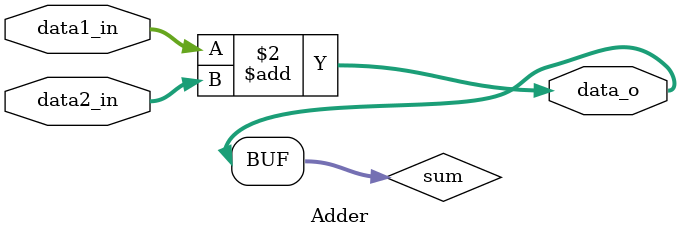
<source format=v>
module Adder(
    data1_in   ,
    data2_in   ,
    data_o     
);
input signed [31:0] data1_in;
input signed [31:0] data2_in;
output [31:0] data_o;
reg [31:0] sum;
assign data_o = sum[31:0];

always @(*) begin
	sum=data1_in+data2_in;
end
endmodule
</source>
